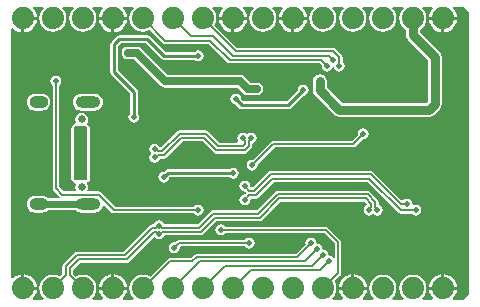
<source format=gbl>
G04*
G04 #@! TF.GenerationSoftware,Altium Limited,Altium Designer,19.1.5 (86)*
G04*
G04 Layer_Physical_Order=2*
G04 Layer_Color=16711680*
%FSLAX25Y25*%
%MOIN*%
G70*
G01*
G75*
%ADD11C,0.00500*%
%ADD15C,0.01000*%
%ADD68C,0.03000*%
%ADD69C,0.00600*%
%ADD70C,0.02500*%
%ADD74C,0.02362*%
%ADD77C,0.07400*%
%ADD78O,0.06299X0.03937*%
%ADD79O,0.08268X0.03937*%
%ADD80C,0.02559*%
%ADD81C,0.01968*%
G36*
X153796Y47001D02*
Y-47001D01*
X152001Y-48796D01*
X148507D01*
X148395Y-48296D01*
X149105Y-47370D01*
X149579Y-46227D01*
X149675Y-45500D01*
X145000D01*
X140325D01*
X140421Y-46227D01*
X140895Y-47370D01*
X141605Y-48296D01*
X141493Y-48796D01*
X138223D01*
X138062Y-48322D01*
X138209Y-48209D01*
X138931Y-47269D01*
X139384Y-46175D01*
X139539Y-45000D01*
X139384Y-43825D01*
X138931Y-42731D01*
X138209Y-41791D01*
X137269Y-41069D01*
X136175Y-40616D01*
X135000Y-40461D01*
X133825Y-40616D01*
X132731Y-41069D01*
X131791Y-41791D01*
X131069Y-42731D01*
X130616Y-43825D01*
X130461Y-45000D01*
X130616Y-46175D01*
X131069Y-47269D01*
X131791Y-48209D01*
X131938Y-48322D01*
X131777Y-48796D01*
X128223D01*
X128062Y-48322D01*
X128209Y-48209D01*
X128931Y-47269D01*
X129384Y-46175D01*
X129539Y-45000D01*
X129384Y-43825D01*
X128931Y-42731D01*
X128209Y-41791D01*
X127269Y-41069D01*
X126175Y-40616D01*
X125000Y-40461D01*
X123825Y-40616D01*
X122731Y-41069D01*
X121791Y-41791D01*
X121069Y-42731D01*
X120616Y-43825D01*
X120461Y-45000D01*
X120616Y-46175D01*
X121069Y-47269D01*
X121791Y-48209D01*
X121938Y-48322D01*
X121777Y-48796D01*
X118507D01*
X118395Y-48296D01*
X119105Y-47370D01*
X119579Y-46227D01*
X119675Y-45500D01*
X115000D01*
X110325D01*
X110421Y-46227D01*
X110895Y-47370D01*
X111605Y-48296D01*
X111493Y-48796D01*
X108223D01*
X108062Y-48322D01*
X108209Y-48209D01*
X108931Y-47269D01*
X109384Y-46175D01*
X109539Y-45000D01*
X109384Y-43825D01*
X108931Y-42731D01*
X108867Y-42647D01*
X110757Y-40757D01*
X110989Y-40410D01*
X111071Y-40000D01*
X111071Y-40000D01*
Y-29500D01*
X110989Y-29090D01*
X110757Y-28743D01*
X110757Y-28743D01*
X106757Y-24743D01*
X106410Y-24511D01*
X106000Y-24429D01*
X72431D01*
X72286Y-24214D01*
X71696Y-23819D01*
X71000Y-23681D01*
X70304Y-23819D01*
X69714Y-24214D01*
X69319Y-24804D01*
X69181Y-25500D01*
X69319Y-26196D01*
X69714Y-26786D01*
X70304Y-27181D01*
X71000Y-27319D01*
X71696Y-27181D01*
X72286Y-26786D01*
X72431Y-26571D01*
X105556D01*
X108929Y-29943D01*
Y-34776D01*
X108429Y-34928D01*
X108286Y-34714D01*
X107696Y-34319D01*
X107282Y-34237D01*
X106939Y-34061D01*
X106763Y-33718D01*
X106681Y-33304D01*
X106286Y-32714D01*
X105696Y-32319D01*
X105282Y-32237D01*
X104939Y-32061D01*
X104763Y-31718D01*
X104681Y-31304D01*
X104286Y-30714D01*
X103696Y-30319D01*
X103282Y-30237D01*
X102939Y-30061D01*
X102763Y-29718D01*
X102681Y-29304D01*
X102286Y-28714D01*
X101696Y-28319D01*
X101000Y-28181D01*
X100304Y-28319D01*
X99714Y-28714D01*
X99319Y-29304D01*
X99181Y-30000D01*
X99231Y-30255D01*
X96057Y-33429D01*
X63000D01*
X62590Y-33511D01*
X62243Y-33743D01*
X61057Y-34929D01*
X54000D01*
X53590Y-35011D01*
X53243Y-35243D01*
X47353Y-41133D01*
X47269Y-41069D01*
X46175Y-40616D01*
X45000Y-40461D01*
X43825Y-40616D01*
X42731Y-41069D01*
X41791Y-41791D01*
X41069Y-42731D01*
X40616Y-43825D01*
X40461Y-45000D01*
X40616Y-46175D01*
X41069Y-47269D01*
X41791Y-48209D01*
X41938Y-48322D01*
X41777Y-48796D01*
X38507D01*
X38395Y-48296D01*
X39105Y-47370D01*
X39579Y-46227D01*
X39675Y-45500D01*
X35000D01*
X30325D01*
X30421Y-46227D01*
X30895Y-47370D01*
X31605Y-48296D01*
X31493Y-48796D01*
X28223D01*
X28062Y-48322D01*
X28209Y-48209D01*
X28931Y-47269D01*
X29384Y-46175D01*
X29539Y-45000D01*
X29384Y-43825D01*
X28931Y-42731D01*
X28209Y-41791D01*
X27269Y-41069D01*
X26175Y-40616D01*
X25000Y-40461D01*
X23825Y-40616D01*
X22731Y-41069D01*
X22688Y-41102D01*
X21822Y-40235D01*
Y-38745D01*
X24045Y-36522D01*
X39600D01*
X39600Y-36522D01*
X40029Y-36436D01*
X40393Y-36193D01*
X48615Y-27971D01*
X49113Y-28020D01*
X49214Y-28171D01*
X49804Y-28565D01*
X50500Y-28703D01*
X51196Y-28565D01*
X51786Y-28171D01*
X52181Y-27580D01*
X52232Y-27322D01*
X64300D01*
X64300Y-27322D01*
X64729Y-27236D01*
X65093Y-26993D01*
X69465Y-22622D01*
X83980D01*
X83980Y-22622D01*
X84409Y-22536D01*
X84773Y-22293D01*
X90944Y-16122D01*
X118858D01*
X119593Y-16856D01*
X119605Y-16897D01*
X119502Y-17472D01*
X119140Y-17714D01*
X118746Y-18304D01*
X118608Y-19000D01*
X118746Y-19696D01*
X119140Y-20286D01*
X119731Y-20681D01*
X120427Y-20819D01*
X121123Y-20681D01*
X121713Y-20286D01*
X121909D01*
X122499Y-20681D01*
X123195Y-20819D01*
X123891Y-20681D01*
X124482Y-20286D01*
X124876Y-19696D01*
X125014Y-19000D01*
X124876Y-18304D01*
X124482Y-17714D01*
X123891Y-17319D01*
X123633Y-17268D01*
Y-16208D01*
X123547Y-15779D01*
X123304Y-15415D01*
X123304Y-15415D01*
X120696Y-12807D01*
X120332Y-12564D01*
X119903Y-12478D01*
X119903Y-12478D01*
X89900D01*
X89900Y-12478D01*
X89471Y-12564D01*
X89107Y-12807D01*
X89107Y-12807D01*
X82935Y-18979D01*
X68420D01*
X67991Y-19064D01*
X67627Y-19307D01*
X67627Y-19307D01*
X63256Y-23678D01*
X52232D01*
X52181Y-23420D01*
X51786Y-22829D01*
X51196Y-22435D01*
X50500Y-22297D01*
X49804Y-22435D01*
X49214Y-22829D01*
X48819Y-23420D01*
X48768Y-23678D01*
X48220D01*
X47791Y-23764D01*
X47427Y-24007D01*
X47427Y-24007D01*
X38555Y-32878D01*
X23000D01*
X23000Y-32878D01*
X22571Y-32964D01*
X22207Y-33207D01*
X18507Y-36907D01*
X18264Y-37271D01*
X18178Y-37700D01*
X18179Y-37700D01*
Y-40235D01*
X17312Y-41102D01*
X17269Y-41069D01*
X16175Y-40616D01*
X15000Y-40461D01*
X13825Y-40616D01*
X12731Y-41069D01*
X11791Y-41791D01*
X11069Y-42731D01*
X10616Y-43825D01*
X10461Y-45000D01*
X10616Y-46175D01*
X11069Y-47269D01*
X11791Y-48209D01*
X11938Y-48322D01*
X11777Y-48796D01*
X8507D01*
X8395Y-48296D01*
X9105Y-47370D01*
X9579Y-46227D01*
X9675Y-45500D01*
X5000D01*
Y-45000D01*
X4500D01*
Y-40325D01*
X3773Y-40421D01*
X2630Y-40894D01*
X1704Y-41605D01*
X1204Y-41493D01*
Y41493D01*
X1704Y41605D01*
X2630Y40894D01*
X3773Y40421D01*
X4500Y40325D01*
Y45000D01*
X5000D01*
Y45500D01*
X9675D01*
X9579Y46227D01*
X9105Y47370D01*
X8395Y48296D01*
X8507Y48796D01*
X11777D01*
X11938Y48322D01*
X11791Y48209D01*
X11069Y47269D01*
X10616Y46175D01*
X10461Y45000D01*
X10616Y43825D01*
X11069Y42731D01*
X11791Y41791D01*
X12731Y41069D01*
X13825Y40616D01*
X15000Y40461D01*
X16175Y40616D01*
X17269Y41069D01*
X18209Y41791D01*
X18931Y42731D01*
X19384Y43825D01*
X19539Y45000D01*
X19384Y46175D01*
X18931Y47269D01*
X18209Y48209D01*
X18062Y48322D01*
X18223Y48796D01*
X21777D01*
X21938Y48322D01*
X21791Y48209D01*
X21069Y47269D01*
X20616Y46175D01*
X20461Y45000D01*
X20616Y43825D01*
X21069Y42731D01*
X21791Y41791D01*
X22731Y41069D01*
X23825Y40616D01*
X25000Y40461D01*
X26175Y40616D01*
X27269Y41069D01*
X28209Y41791D01*
X28931Y42731D01*
X29384Y43825D01*
X29539Y45000D01*
X29384Y46175D01*
X28931Y47269D01*
X28209Y48209D01*
X28062Y48322D01*
X28223Y48796D01*
X31493D01*
X31605Y48296D01*
X30895Y47370D01*
X30421Y46227D01*
X30325Y45500D01*
X35000D01*
X39675D01*
X39579Y46227D01*
X39105Y47370D01*
X38395Y48296D01*
X38507Y48796D01*
X41777D01*
X41938Y48322D01*
X41791Y48209D01*
X41069Y47269D01*
X40616Y46175D01*
X40461Y45000D01*
X40616Y43825D01*
X41069Y42731D01*
X41791Y41791D01*
X42731Y41069D01*
X43825Y40616D01*
X45000Y40461D01*
X46175Y40616D01*
X47269Y41069D01*
X47353Y41133D01*
X51743Y36743D01*
X52090Y36511D01*
X52500Y36429D01*
X67057D01*
X73243Y30243D01*
X73590Y30011D01*
X74000Y29929D01*
X74000Y29929D01*
X104057D01*
X104731Y29255D01*
X104681Y29000D01*
X104819Y28304D01*
X105214Y27714D01*
X105804Y27319D01*
X106500Y27181D01*
X107196Y27319D01*
X107786Y27714D01*
X108181Y28304D01*
X108245Y28627D01*
X108755D01*
X108819Y28304D01*
X109214Y27714D01*
X109804Y27319D01*
X110500Y27181D01*
X111196Y27319D01*
X111786Y27714D01*
X112181Y28304D01*
X112319Y29000D01*
X112181Y29696D01*
X111786Y30286D01*
X111571Y30431D01*
Y32000D01*
X111571Y32000D01*
X111489Y32410D01*
X111257Y32757D01*
X109257Y34757D01*
X108910Y34989D01*
X108500Y35071D01*
X76443D01*
X68867Y42647D01*
X68931Y42731D01*
X69384Y43825D01*
X69539Y45000D01*
X69384Y46175D01*
X68931Y47269D01*
X68209Y48209D01*
X68062Y48322D01*
X68223Y48796D01*
X71493D01*
X71605Y48296D01*
X70895Y47370D01*
X70421Y46227D01*
X70325Y45500D01*
X75000D01*
X79675D01*
X79579Y46227D01*
X79105Y47370D01*
X78395Y48296D01*
X78507Y48796D01*
X81777D01*
X81938Y48322D01*
X81791Y48209D01*
X81069Y47269D01*
X80616Y46175D01*
X80461Y45000D01*
X80616Y43825D01*
X81069Y42731D01*
X81791Y41791D01*
X82731Y41069D01*
X83825Y40616D01*
X85000Y40461D01*
X86175Y40616D01*
X87269Y41069D01*
X88209Y41791D01*
X88931Y42731D01*
X89384Y43825D01*
X89539Y45000D01*
X89384Y46175D01*
X88931Y47269D01*
X88209Y48209D01*
X88062Y48322D01*
X88223Y48796D01*
X91493D01*
X91605Y48296D01*
X90895Y47370D01*
X90421Y46227D01*
X90325Y45500D01*
X95000D01*
X99675D01*
X99579Y46227D01*
X99105Y47370D01*
X98395Y48296D01*
X98507Y48796D01*
X101777D01*
X101938Y48322D01*
X101791Y48209D01*
X101069Y47269D01*
X100616Y46175D01*
X100461Y45000D01*
X100616Y43825D01*
X101069Y42731D01*
X101791Y41791D01*
X102731Y41069D01*
X103825Y40616D01*
X105000Y40461D01*
X106175Y40616D01*
X107269Y41069D01*
X108209Y41791D01*
X108931Y42731D01*
X109384Y43825D01*
X109539Y45000D01*
X109384Y46175D01*
X108931Y47269D01*
X108209Y48209D01*
X108062Y48322D01*
X108223Y48796D01*
X111777D01*
X111938Y48322D01*
X111791Y48209D01*
X111069Y47269D01*
X110616Y46175D01*
X110461Y45000D01*
X110616Y43825D01*
X111069Y42731D01*
X111791Y41791D01*
X112731Y41069D01*
X113825Y40616D01*
X115000Y40461D01*
X116175Y40616D01*
X117269Y41069D01*
X118209Y41791D01*
X118931Y42731D01*
X119384Y43825D01*
X119539Y45000D01*
X119384Y46175D01*
X118931Y47269D01*
X118209Y48209D01*
X118062Y48322D01*
X118223Y48796D01*
X121777D01*
X121938Y48322D01*
X121791Y48209D01*
X121069Y47269D01*
X120616Y46175D01*
X120461Y45000D01*
X120616Y43825D01*
X121069Y42731D01*
X121791Y41791D01*
X122731Y41069D01*
X123825Y40616D01*
X125000Y40461D01*
X126175Y40616D01*
X127269Y41069D01*
X128209Y41791D01*
X128931Y42731D01*
X129384Y43825D01*
X129539Y45000D01*
X129384Y46175D01*
X128931Y47269D01*
X128209Y48209D01*
X128062Y48322D01*
X128223Y48796D01*
X131777D01*
X131938Y48322D01*
X131791Y48209D01*
X131069Y47269D01*
X130616Y46175D01*
X130461Y45000D01*
X130616Y43825D01*
X131069Y42731D01*
X131791Y41791D01*
X132655Y41127D01*
Y39500D01*
X132833Y38603D01*
X133342Y37842D01*
X139938Y31245D01*
Y19228D01*
Y17255D01*
X139529Y16845D01*
X111471D01*
X106345Y21971D01*
Y24000D01*
X106167Y24897D01*
X105658Y25658D01*
X104897Y26167D01*
X104000Y26345D01*
X103103Y26167D01*
X102342Y25658D01*
X101833Y24897D01*
X101655Y24000D01*
Y21000D01*
X101833Y20103D01*
X102342Y19342D01*
X108842Y12842D01*
X109603Y12333D01*
X110500Y12155D01*
X140500D01*
X141397Y12333D01*
X142158Y12842D01*
X143942Y14625D01*
X144450Y15386D01*
X144629Y16284D01*
Y19228D01*
Y32217D01*
X144450Y33114D01*
X143942Y33875D01*
X137345Y40471D01*
Y41127D01*
X138209Y41791D01*
X138931Y42731D01*
X139384Y43825D01*
X139539Y45000D01*
X139384Y46175D01*
X138931Y47269D01*
X138209Y48209D01*
X138062Y48322D01*
X138223Y48796D01*
X141493D01*
X141605Y48296D01*
X140895Y47370D01*
X140421Y46227D01*
X140325Y45500D01*
X145000D01*
X149675D01*
X149579Y46227D01*
X149105Y47370D01*
X148395Y48296D01*
X148507Y48796D01*
X152001D01*
X153796Y47001D01*
D02*
G37*
%LPC*%
G36*
X99675Y44500D02*
X95500D01*
Y40325D01*
X96227Y40421D01*
X97370Y40894D01*
X98352Y41648D01*
X99105Y42630D01*
X99579Y43773D01*
X99675Y44500D01*
D02*
G37*
G36*
X79675D02*
X75500D01*
Y40325D01*
X76227Y40421D01*
X77370Y40894D01*
X78352Y41648D01*
X79105Y42630D01*
X79579Y43773D01*
X79675Y44500D01*
D02*
G37*
G36*
X39675D02*
X35500D01*
Y40325D01*
X36227Y40421D01*
X37370Y40894D01*
X38352Y41648D01*
X39105Y42630D01*
X39579Y43773D01*
X39675Y44500D01*
D02*
G37*
G36*
X9675D02*
X5500D01*
Y40325D01*
X6227Y40421D01*
X7370Y40894D01*
X8352Y41648D01*
X9105Y42630D01*
X9579Y43773D01*
X9675Y44500D01*
D02*
G37*
G36*
X149675D02*
X145500D01*
Y40325D01*
X146227Y40421D01*
X147370Y40894D01*
X148352Y41648D01*
X149105Y42630D01*
X149579Y43773D01*
X149675Y44500D01*
D02*
G37*
G36*
X144500D02*
X140325D01*
X140421Y43773D01*
X140895Y42630D01*
X141648Y41648D01*
X142630Y40894D01*
X143773Y40421D01*
X144500Y40325D01*
Y44500D01*
D02*
G37*
G36*
X94500D02*
X90325D01*
X90421Y43773D01*
X90895Y42630D01*
X91648Y41648D01*
X92630Y40894D01*
X93773Y40421D01*
X94500Y40325D01*
Y44500D01*
D02*
G37*
G36*
X74500D02*
X70325D01*
X70421Y43773D01*
X70895Y42630D01*
X71648Y41648D01*
X72630Y40894D01*
X73773Y40421D01*
X74500Y40325D01*
Y44500D01*
D02*
G37*
G36*
X34500D02*
X30325D01*
X30421Y43773D01*
X30895Y42630D01*
X31648Y41648D01*
X32630Y40894D01*
X33773Y40421D01*
X34500Y40325D01*
Y44500D01*
D02*
G37*
G36*
X46500Y39325D02*
X37184D01*
X36677Y39225D01*
X36247Y38937D01*
X34563Y37253D01*
X34275Y36823D01*
X34174Y36316D01*
Y27000D01*
X34275Y26493D01*
X34563Y26063D01*
X40674Y19951D01*
Y13228D01*
X40319Y12696D01*
X40181Y12000D01*
X40319Y11304D01*
X40714Y10714D01*
X41304Y10319D01*
X42000Y10181D01*
X42696Y10319D01*
X43286Y10714D01*
X43681Y11304D01*
X43819Y12000D01*
X43681Y12696D01*
X43325Y13228D01*
Y20500D01*
X43225Y21007D01*
X42937Y21437D01*
X36825Y27549D01*
Y35767D01*
X37733Y36674D01*
X45951D01*
X51063Y31563D01*
X51493Y31275D01*
X52000Y31174D01*
X62272D01*
X62804Y30819D01*
X63500Y30681D01*
X64196Y30819D01*
X64786Y31214D01*
X65181Y31804D01*
X65319Y32500D01*
X65181Y33196D01*
X64786Y33786D01*
X64196Y34181D01*
X63500Y34319D01*
X62804Y34181D01*
X62272Y33825D01*
X52549D01*
X47437Y38937D01*
X47007Y39225D01*
X46500Y39325D01*
D02*
G37*
G36*
X43000Y35590D02*
X43000Y35590D01*
X40000D01*
X39200Y35431D01*
X38522Y34978D01*
X38069Y34300D01*
X37910Y33500D01*
X38069Y32700D01*
X38522Y32022D01*
X39200Y31569D01*
X40000Y31410D01*
X42134D01*
X51022Y22522D01*
X51700Y22069D01*
X52500Y21910D01*
X52500Y21910D01*
X76634D01*
X78522Y20022D01*
X78522Y20022D01*
X79200Y19569D01*
X80000Y19410D01*
X83000D01*
X83800Y19569D01*
X84478Y20022D01*
X84931Y20700D01*
X85090Y21500D01*
X84931Y22300D01*
X84478Y22978D01*
X83800Y23431D01*
X83000Y23590D01*
X80866D01*
X78978Y25478D01*
X78300Y25931D01*
X77500Y26090D01*
X77500Y26090D01*
X53366D01*
X44478Y34978D01*
X43800Y35431D01*
X43000Y35590D01*
D02*
G37*
G36*
X98500Y22819D02*
X97804Y22681D01*
X97214Y22286D01*
X96819Y21696D01*
X96694Y21069D01*
X92951Y17325D01*
X78549D01*
X77806Y18069D01*
X77681Y18696D01*
X77286Y19286D01*
X76696Y19681D01*
X76000Y19819D01*
X75304Y19681D01*
X74714Y19286D01*
X74319Y18696D01*
X74181Y18000D01*
X74319Y17304D01*
X74714Y16714D01*
X75304Y16319D01*
X75931Y16195D01*
X77063Y15063D01*
X77493Y14775D01*
X78000Y14674D01*
X93500D01*
X94007Y14775D01*
X94437Y15063D01*
X98569Y19195D01*
X99196Y19319D01*
X99786Y19714D01*
X100181Y20304D01*
X100319Y21000D01*
X100181Y21696D01*
X99786Y22286D01*
X99196Y22681D01*
X98500Y22819D01*
D02*
G37*
G36*
X28858Y19800D02*
X24528D01*
X23805Y19705D01*
X23131Y19426D01*
X22553Y18982D01*
X22109Y18404D01*
X21830Y17731D01*
X21735Y17008D01*
X21830Y16285D01*
X22109Y15612D01*
X22553Y15033D01*
X23131Y14590D01*
X23805Y14311D01*
X24528Y14216D01*
X28858D01*
X29581Y14311D01*
X30255Y14590D01*
X30833Y15033D01*
X31277Y15612D01*
X31556Y16285D01*
X31651Y17008D01*
X31556Y17731D01*
X31277Y18404D01*
X30833Y18982D01*
X30255Y19426D01*
X29581Y19705D01*
X28858Y19800D01*
D02*
G37*
G36*
X11417D02*
X9055D01*
X8332Y19705D01*
X7659Y19426D01*
X7081Y18982D01*
X6637Y18404D01*
X6358Y17731D01*
X6263Y17008D01*
X6358Y16285D01*
X6637Y15612D01*
X7081Y15033D01*
X7659Y14590D01*
X8332Y14311D01*
X9055Y14216D01*
X11417D01*
X12140Y14311D01*
X12813Y14590D01*
X13392Y15033D01*
X13836Y15612D01*
X14115Y16285D01*
X14210Y17008D01*
X14115Y17731D01*
X13836Y18404D01*
X13392Y18982D01*
X12813Y19426D01*
X12140Y19705D01*
X11417Y19800D01*
D02*
G37*
G36*
X66000Y7622D02*
X66000Y7622D01*
X57288D01*
X57287Y7622D01*
X56858Y7536D01*
X56494Y7293D01*
X56494Y7293D01*
X51128Y1927D01*
X50602Y2012D01*
X50588Y2080D01*
X50194Y2671D01*
X49603Y3065D01*
X48907Y3204D01*
X48211Y3065D01*
X47621Y2671D01*
X47226Y2080D01*
X47088Y1384D01*
X47226Y688D01*
X47621Y98D01*
Y-98D01*
X47226Y-688D01*
X47088Y-1384D01*
X47226Y-2080D01*
X47621Y-2671D01*
X48211Y-3065D01*
X48907Y-3204D01*
X49603Y-3065D01*
X50194Y-2671D01*
X50588Y-2080D01*
X50639Y-1822D01*
X52067D01*
X52067Y-1822D01*
X52496Y-1736D01*
X52860Y-1493D01*
X58332Y3979D01*
X64956D01*
X68727Y207D01*
X68727Y207D01*
X69091Y-36D01*
X69520Y-122D01*
X69520Y-122D01*
X79000D01*
X79000Y-122D01*
X79429Y-36D01*
X79793Y207D01*
X81193Y1607D01*
X81193Y1607D01*
X81436Y1971D01*
X81522Y2400D01*
X81522Y2400D01*
Y3260D01*
X81780Y3311D01*
X82371Y3706D01*
X82765Y4296D01*
X82903Y4992D01*
X82765Y5688D01*
X82371Y6278D01*
X81780Y6673D01*
X81084Y6811D01*
X80388Y6673D01*
X79798Y6278D01*
X79602D01*
X79012Y6673D01*
X78316Y6811D01*
X77620Y6673D01*
X77029Y6278D01*
X76635Y5688D01*
X76496Y4992D01*
X76635Y4296D01*
X76818Y4022D01*
X76551Y3522D01*
X70565D01*
X66793Y7293D01*
X66429Y7536D01*
X66000Y7622D01*
D02*
G37*
G36*
X118500Y8319D02*
X117804Y8181D01*
X117214Y7786D01*
X116819Y7196D01*
X116681Y6500D01*
X116731Y6245D01*
X114557Y4071D01*
X88500D01*
X88090Y3989D01*
X87743Y3757D01*
X87743Y3757D01*
X81755Y-2231D01*
X81500Y-2181D01*
X80804Y-2319D01*
X80214Y-2714D01*
X79819Y-3304D01*
X79681Y-4000D01*
X79819Y-4696D01*
X80214Y-5286D01*
X80804Y-5681D01*
X81500Y-5819D01*
X82196Y-5681D01*
X82786Y-5286D01*
X83181Y-4696D01*
X83319Y-4000D01*
X83269Y-3745D01*
X88943Y1929D01*
X115000D01*
X115410Y2011D01*
X115757Y2243D01*
X118245Y4731D01*
X118500Y4681D01*
X119196Y4819D01*
X119786Y5214D01*
X120181Y5804D01*
X120319Y6500D01*
X120181Y7196D01*
X119786Y7786D01*
X119196Y8181D01*
X118500Y8319D01*
D02*
G37*
G36*
X75197Y-4874D02*
X74501Y-5012D01*
X73969Y-5367D01*
X53307D01*
X52800Y-5468D01*
X52370Y-5756D01*
X51931Y-6194D01*
X51304Y-6319D01*
X50714Y-6714D01*
X50319Y-7304D01*
X50181Y-8000D01*
X50319Y-8696D01*
X50714Y-9286D01*
X51304Y-9681D01*
X52000Y-9819D01*
X52696Y-9681D01*
X53286Y-9286D01*
X53681Y-8696D01*
X53806Y-8069D01*
X53856Y-8018D01*
X73969D01*
X74501Y-8374D01*
X75197Y-8512D01*
X75893Y-8374D01*
X76483Y-7979D01*
X76878Y-7389D01*
X77016Y-6693D01*
X76878Y-5997D01*
X76483Y-5407D01*
X75893Y-5012D01*
X75197Y-4874D01*
D02*
G37*
G36*
X121000Y-5878D02*
X121000Y-5878D01*
X87594D01*
X87165Y-5964D01*
X86801Y-6207D01*
X86801Y-6207D01*
X81630Y-11378D01*
X81213D01*
X80819Y-11000D01*
X80681Y-10304D01*
X80286Y-9714D01*
X79696Y-9319D01*
X79000Y-9181D01*
X78304Y-9319D01*
X77714Y-9714D01*
X77319Y-10304D01*
X77181Y-11000D01*
X77319Y-11696D01*
X77714Y-12286D01*
X78304Y-12681D01*
X79000Y-12819D01*
X79194Y-12780D01*
X79664Y-13250D01*
X79194Y-13720D01*
X79000Y-13681D01*
X78304Y-13819D01*
X77714Y-14214D01*
X77319Y-14804D01*
X77181Y-15500D01*
X77319Y-16196D01*
X77714Y-16786D01*
X78304Y-17181D01*
X79000Y-17319D01*
X79696Y-17181D01*
X80286Y-16786D01*
X80681Y-16196D01*
X80819Y-15500D01*
X81213Y-15122D01*
X82594D01*
X82594Y-15122D01*
X83023Y-15036D01*
X83387Y-14793D01*
X88559Y-9622D01*
X120035D01*
X130207Y-19793D01*
X130207Y-19793D01*
X130571Y-20036D01*
X131000Y-20121D01*
X134604D01*
X134714Y-20286D01*
X135304Y-20681D01*
X136000Y-20819D01*
X136696Y-20681D01*
X137286Y-20286D01*
X137681Y-19696D01*
X137819Y-19000D01*
X137681Y-18304D01*
X137286Y-17714D01*
X136696Y-17319D01*
X136000Y-17181D01*
X135304Y-17319D01*
X135254Y-17352D01*
X134804Y-17052D01*
X134819Y-16977D01*
X134681Y-16281D01*
X134286Y-15690D01*
X133696Y-15296D01*
X133000Y-15158D01*
X132304Y-15296D01*
X131714Y-15690D01*
X131184Y-15598D01*
X121793Y-6207D01*
X121429Y-5964D01*
X121000Y-5878D01*
D02*
G37*
G36*
X16000Y25819D02*
X15304Y25681D01*
X14714Y25286D01*
X14319Y24696D01*
X14181Y24000D01*
X14319Y23304D01*
X14714Y22714D01*
X14929Y22569D01*
Y-11669D01*
X15011Y-12079D01*
X15243Y-12426D01*
X17305Y-14488D01*
X17251Y-14765D01*
X17119Y-14988D01*
X13333D01*
X12813Y-14590D01*
X12140Y-14311D01*
X11417Y-14216D01*
X9055D01*
X8332Y-14311D01*
X7659Y-14590D01*
X7081Y-15033D01*
X6637Y-15612D01*
X6358Y-16285D01*
X6263Y-17008D01*
X6358Y-17731D01*
X6637Y-18404D01*
X7081Y-18982D01*
X7659Y-19426D01*
X8332Y-19705D01*
X9055Y-19800D01*
X11417D01*
X12140Y-19705D01*
X12813Y-19426D01*
X13333Y-19028D01*
X22612D01*
X23131Y-19426D01*
X23805Y-19705D01*
X24528Y-19800D01*
X28858D01*
X29581Y-19705D01*
X30255Y-19426D01*
X30833Y-18982D01*
X31277Y-18404D01*
X31556Y-17731D01*
X31608Y-17329D01*
X32136Y-17150D01*
X34743Y-19757D01*
X35090Y-19989D01*
X35500Y-20071D01*
X62069D01*
X62214Y-20286D01*
X62804Y-20681D01*
X63500Y-20819D01*
X64196Y-20681D01*
X64786Y-20286D01*
X65181Y-19696D01*
X65319Y-19000D01*
X65181Y-18304D01*
X64786Y-17714D01*
X64196Y-17319D01*
X63500Y-17181D01*
X62804Y-17319D01*
X62214Y-17714D01*
X62069Y-17929D01*
X35943D01*
X31057Y-13043D01*
X30710Y-12811D01*
X30300Y-12729D01*
X26735D01*
X26499Y-12289D01*
X26565Y-12189D01*
X26727Y-11378D01*
X26565Y-10567D01*
X26357Y-10255D01*
X26349Y-10171D01*
X26527Y-9610D01*
X26577Y-9577D01*
X26577Y-9577D01*
X27077Y-9077D01*
X27253Y-8812D01*
X27316Y-8500D01*
X27316Y-8500D01*
X27316Y-6518D01*
X27319Y-6500D01*
X27316Y-6482D01*
X27316Y6482D01*
X27319Y6500D01*
X27316Y6518D01*
X27316Y8421D01*
X27316Y8421D01*
X27254Y8733D01*
X27077Y8998D01*
X26498Y9577D01*
X26492Y9581D01*
X26299Y10038D01*
X26344Y10235D01*
X26565Y10567D01*
X26727Y11378D01*
X26565Y12189D01*
X26106Y12877D01*
X25418Y13337D01*
X24606Y13498D01*
X23795Y13337D01*
X23107Y12877D01*
X22647Y12189D01*
X22486Y11378D01*
X22647Y10567D01*
X22815Y10316D01*
X22548Y9816D01*
X22500D01*
X22500Y9816D01*
X22188Y9754D01*
X21923Y9577D01*
X21923Y9577D01*
X21423Y9077D01*
X21247Y8812D01*
X21184Y8500D01*
X21184Y8500D01*
Y8018D01*
X21181Y8000D01*
X21184Y7982D01*
X21184Y5018D01*
X21181Y5000D01*
X21184Y4982D01*
X21184Y-4982D01*
X21181Y-5000D01*
X21184Y-5018D01*
X21184Y-7983D01*
X21181Y-8000D01*
X21184Y-8017D01*
Y-8500D01*
X21184Y-8500D01*
X21246Y-8812D01*
X21335Y-8945D01*
X21423Y-9077D01*
X21423Y-9077D01*
X21923Y-9577D01*
X21923Y-9577D01*
X22188Y-9754D01*
X22500Y-9816D01*
X22500Y-9816D01*
X22548D01*
X22815Y-10316D01*
X22647Y-10567D01*
X22486Y-11378D01*
X22647Y-12189D01*
X22714Y-12289D01*
X22478Y-12729D01*
X18574D01*
X17071Y-11226D01*
Y22569D01*
X17286Y22714D01*
X17681Y23304D01*
X17819Y24000D01*
X17681Y24696D01*
X17286Y25286D01*
X16696Y25681D01*
X16000Y25819D01*
D02*
G37*
G36*
X80500Y-28181D02*
X79804Y-28319D01*
X79214Y-28714D01*
X79069Y-28929D01*
X57000D01*
X56590Y-29011D01*
X56243Y-29243D01*
X55755Y-29731D01*
X55500Y-29681D01*
X54804Y-29819D01*
X54214Y-30214D01*
X53819Y-30804D01*
X53681Y-31500D01*
X53819Y-32196D01*
X54214Y-32786D01*
X54804Y-33181D01*
X55500Y-33319D01*
X56196Y-33181D01*
X56786Y-32786D01*
X57181Y-32196D01*
X57319Y-31500D01*
X57707Y-31071D01*
X79069D01*
X79214Y-31286D01*
X79804Y-31681D01*
X80500Y-31819D01*
X81196Y-31681D01*
X81786Y-31286D01*
X82181Y-30696D01*
X82319Y-30000D01*
X82181Y-29304D01*
X81786Y-28714D01*
X81196Y-28319D01*
X80500Y-28181D01*
D02*
G37*
G36*
X145500Y-40325D02*
Y-44500D01*
X149675D01*
X149579Y-43773D01*
X149105Y-42630D01*
X148352Y-41648D01*
X147370Y-40894D01*
X146227Y-40421D01*
X145500Y-40325D01*
D02*
G37*
G36*
X115500D02*
Y-44500D01*
X119675D01*
X119579Y-43773D01*
X119105Y-42630D01*
X118352Y-41648D01*
X117370Y-40894D01*
X116227Y-40421D01*
X115500Y-40325D01*
D02*
G37*
G36*
X35500D02*
Y-44500D01*
X39675D01*
X39579Y-43773D01*
X39105Y-42630D01*
X38352Y-41648D01*
X37370Y-40894D01*
X36227Y-40421D01*
X35500Y-40325D01*
D02*
G37*
G36*
X5500D02*
Y-44500D01*
X9675D01*
X9579Y-43773D01*
X9105Y-42630D01*
X8352Y-41648D01*
X7370Y-40894D01*
X6227Y-40421D01*
X5500Y-40325D01*
D02*
G37*
G36*
X114500D02*
X113773Y-40421D01*
X112630Y-40894D01*
X111648Y-41648D01*
X110895Y-42630D01*
X110421Y-43773D01*
X110325Y-44500D01*
X114500D01*
Y-40325D01*
D02*
G37*
G36*
X34500D02*
X33773Y-40421D01*
X32630Y-40894D01*
X31648Y-41648D01*
X30895Y-42630D01*
X30421Y-43773D01*
X30325Y-44500D01*
X34500D01*
Y-40325D01*
D02*
G37*
G36*
X144500D02*
X143773Y-40421D01*
X142630Y-40894D01*
X141648Y-41648D01*
X140895Y-42630D01*
X140421Y-43773D01*
X140325Y-44500D01*
X144500D01*
Y-40325D01*
D02*
G37*
%LPD*%
G36*
X26500Y8421D02*
X26500Y-8500D01*
X26000Y-9000D01*
X22500Y-9000D01*
X22000Y-8500D01*
X22000Y8500D01*
X22500Y9000D01*
X25921Y9000D01*
X26500Y8421D01*
D02*
G37*
D11*
X18131Y-13800D02*
X30300D01*
X16000Y-11669D02*
X18131Y-13800D01*
X16000Y-11669D02*
Y24000D01*
X115000Y3000D02*
X118500Y6500D01*
X88500Y3000D02*
X115000D01*
X81500Y-4000D02*
X88500Y3000D01*
X35500Y-19000D02*
X63500D01*
X30300Y-13800D02*
X35500Y-19000D01*
X104000Y-39000D02*
X107000Y-36000D01*
X99000D02*
X103000Y-32000D01*
X96500Y-34500D02*
X101000Y-30000D01*
X63000Y-34500D02*
X96500D01*
X64000Y-36000D02*
X99000D01*
X101500Y-37500D02*
X105000Y-34000D01*
X110500Y29000D02*
Y32000D01*
X108500Y34000D02*
X110500Y32000D01*
X76000Y34000D02*
X108500D01*
X104500Y31000D02*
X106500Y29000D01*
X74000Y31000D02*
X104500D01*
X67500Y37500D02*
X74000Y31000D01*
X107000Y32500D02*
X108500Y31000D01*
X75000Y32500D02*
X107000D01*
X57000Y-30000D02*
X80500D01*
X55500Y-31500D02*
X57000Y-30000D01*
X61500Y-36000D02*
X63000Y-34500D01*
X54000Y-36000D02*
X61500D01*
X45000Y-45000D02*
X54000Y-36000D01*
X55000Y-45000D02*
X64000Y-36000D01*
X81000Y-39000D02*
X104000D01*
X72500Y-37500D02*
X101500D01*
X110000Y-40000D02*
Y-29500D01*
X106000Y-25500D02*
X110000Y-29500D01*
X71000Y-25500D02*
X106000D01*
X105000Y-45000D02*
X110000Y-40000D01*
X65000Y-45000D02*
X72500Y-37500D01*
X55000Y45000D02*
X61000Y39000D01*
X68500D01*
X75000Y32500D01*
Y-45000D02*
X81000Y-39000D01*
X52500Y37500D02*
X67500D01*
X45000Y45000D02*
X52500Y37500D01*
X65000Y45000D02*
X76000Y34000D01*
D15*
X78000Y16000D02*
X93500D01*
X76000Y18000D02*
X78000Y16000D01*
X53307Y-6693D02*
X75197D01*
X52000Y-8000D02*
X53307Y-6693D01*
X93500Y16000D02*
X98500Y21000D01*
X42000Y12000D02*
Y20500D01*
X35500Y27000D02*
X42000Y20500D01*
X35500Y27000D02*
Y36316D01*
X37184Y38000D01*
X52000Y32500D02*
X63500D01*
X46500Y38000D02*
X52000Y32500D01*
X37184Y38000D02*
X46500D01*
D68*
X140500Y14500D02*
X142283Y16284D01*
X110500Y14500D02*
X140500D01*
X104000Y21000D02*
X110500Y14500D01*
X142283Y19228D02*
Y32217D01*
X135000Y39500D02*
X142283Y32217D01*
X135000Y39500D02*
Y45000D01*
X142283Y16284D02*
Y19228D01*
X104000Y21000D02*
Y24000D01*
D69*
X69520Y1000D02*
X79000D01*
X65420Y5100D02*
X69520Y1000D01*
X57867Y5100D02*
X65420D01*
X70100Y2400D02*
X78420D01*
X66000Y6500D02*
X70100Y2400D01*
X57287Y6500D02*
X66000D01*
X49943Y-700D02*
X52067D01*
X57867Y5100D01*
X51487Y700D02*
X57287Y6500D01*
X49943Y700D02*
X51487D01*
X79000Y2980D02*
Y3956D01*
X78420Y2400D02*
X79000Y2980D01*
Y1000D02*
X80400Y2400D01*
Y3956D01*
X78316Y4640D02*
X79000Y3956D01*
X78316Y4640D02*
Y4992D01*
X81084Y4640D02*
Y4992D01*
X80400Y3956D02*
X81084Y4640D01*
X49259Y-1384D02*
X49943Y-700D01*
X48907Y-1384D02*
X49259D01*
Y1384D02*
X49943Y700D01*
X48907Y1384D02*
X49259D01*
X119903Y-13600D02*
X122511Y-16208D01*
X89900Y-13600D02*
X119903D01*
X83400Y-20100D02*
X89900Y-13600D01*
X68420Y-20100D02*
X83400D01*
X63720Y-24800D02*
X68420Y-20100D01*
X51536Y-24800D02*
X63720D01*
X50852Y-24116D02*
X51536Y-24800D01*
X50148Y-24116D02*
X50500D01*
X50852D01*
X49464Y-24800D02*
X50148Y-24116D01*
X48220Y-24800D02*
X49464D01*
X39020Y-34000D02*
X48220Y-24800D01*
X23000Y-34000D02*
X39020D01*
X19300Y-37700D02*
X23000Y-34000D01*
X19300Y-40700D02*
Y-37700D01*
X15000Y-45000D02*
X19300Y-40700D01*
X121111Y-17964D02*
Y-16788D01*
X119323Y-15000D02*
X121111Y-16788D01*
X90480Y-15000D02*
X119323D01*
X83980Y-21500D02*
X90480Y-15000D01*
X69000Y-21500D02*
X83980D01*
X64300Y-26200D02*
X69000Y-21500D01*
X51536Y-26200D02*
X64300D01*
X50852Y-26884D02*
X51536Y-26200D01*
X50500Y-26884D02*
X50852D01*
X50148D02*
X50500D01*
X48800Y-26200D02*
X49464D01*
X50148Y-26884D01*
X39600Y-35400D02*
X48800Y-26200D01*
X23580Y-35400D02*
X39600D01*
X20700Y-38280D02*
X23580Y-35400D01*
X20700Y-40700D02*
Y-38280D01*
Y-40700D02*
X25000Y-45000D01*
X120427Y-19000D02*
Y-18649D01*
X121111Y-17964D01*
X123195Y-19000D02*
Y-18649D01*
X122511Y-17964D02*
X123195Y-18649D01*
X122511Y-17964D02*
Y-16208D01*
X80500Y-12500D02*
X82094D01*
X87594Y-7000D01*
X130977Y-16977D02*
X133000D01*
X121000Y-7000D02*
X130977Y-16977D01*
X87594Y-7000D02*
X121000D01*
X88094Y-8500D02*
X120500D01*
X82594Y-14000D02*
X88094Y-8500D01*
X80500Y-14000D02*
X82594D01*
X79000Y-15500D02*
X80500Y-14000D01*
X79000Y-11000D02*
X80500Y-12500D01*
X131000Y-19000D02*
X136000D01*
X120500Y-8500D02*
X131000Y-19000D01*
D70*
X52500Y24000D02*
X77500D01*
X43000Y33500D02*
X52500Y24000D01*
X40000Y33500D02*
X43000D01*
X77500Y24000D02*
X80000Y21500D01*
X83000D01*
D74*
X10236Y-17008D02*
X26693D01*
D77*
X145000Y45000D02*
D03*
X135000D02*
D03*
X125000D02*
D03*
X115000D02*
D03*
X105000D02*
D03*
X95000D02*
D03*
X85000D02*
D03*
X75000D02*
D03*
X65000D02*
D03*
X55000D02*
D03*
X45000D02*
D03*
X35000D02*
D03*
X25000D02*
D03*
X15000D02*
D03*
X5000D02*
D03*
X145000Y-45000D02*
D03*
X135000D02*
D03*
X125000D02*
D03*
X115000D02*
D03*
X105000D02*
D03*
X95000D02*
D03*
X85000D02*
D03*
X75000D02*
D03*
X65000D02*
D03*
X55000D02*
D03*
X45000D02*
D03*
X35000D02*
D03*
X25000D02*
D03*
X15000D02*
D03*
X5000D02*
D03*
D78*
X10236Y-17008D02*
D03*
Y17008D02*
D03*
D79*
X26693D02*
D03*
Y-17008D02*
D03*
D80*
X24606Y-11378D02*
D03*
Y11378D02*
D03*
D81*
X12000Y29000D02*
D03*
Y-29000D02*
D03*
X2500Y15000D02*
D03*
Y7500D02*
D03*
Y0D02*
D03*
Y-7500D02*
D03*
Y-15000D02*
D03*
X117000Y19000D02*
D03*
X148000Y18898D02*
D03*
Y15748D02*
D03*
Y12598D02*
D03*
Y9449D02*
D03*
Y6299D02*
D03*
Y3150D02*
D03*
Y-18898D02*
D03*
Y-15748D02*
D03*
Y-12598D02*
D03*
Y-9449D02*
D03*
Y-6299D02*
D03*
Y-3150D02*
D03*
Y0D02*
D03*
X128947Y0D02*
D03*
X132835Y-3888D02*
D03*
Y3888D02*
D03*
X136722Y-0D02*
D03*
X152500Y-36000D02*
D03*
X41500Y-38000D02*
D03*
X101000Y38000D02*
D03*
X87000Y36500D02*
D03*
X29000Y-38000D02*
D03*
X55500Y-1000D02*
D03*
X31500Y-31000D02*
D03*
X2500Y-29000D02*
D03*
Y29000D02*
D03*
X50000Y-36500D02*
D03*
X152500Y37000D02*
D03*
X146000Y27000D02*
D03*
Y33500D02*
D03*
X152500Y27000D02*
D03*
X138500D02*
D03*
X129500D02*
D03*
X133500Y31500D02*
D03*
X124000Y27000D02*
D03*
X113500D02*
D03*
X96000Y7000D02*
D03*
X106000D02*
D03*
X113000Y-33500D02*
D03*
Y-27000D02*
D03*
X152500D02*
D03*
X138500Y-36000D02*
D03*
Y-27000D02*
D03*
X130500Y-36000D02*
D03*
Y-27000D02*
D03*
X136723Y7776D02*
D03*
X140610Y3888D02*
D03*
X140610Y-3888D02*
D03*
X136722Y-7776D02*
D03*
X128947D02*
D03*
X125059Y-3888D02*
D03*
X125059Y3888D02*
D03*
X128947Y7776D02*
D03*
X136722Y-3888D02*
D03*
X128947D02*
D03*
X136723Y3888D02*
D03*
X128947D02*
D03*
X96000Y-500D02*
D03*
X103500Y16500D02*
D03*
X106000Y-500D02*
D03*
X95500Y14000D02*
D03*
X76000Y18000D02*
D03*
X69000Y7500D02*
D03*
X75197Y-6693D02*
D03*
X35039Y-12598D02*
D03*
X18898Y0D02*
D03*
X14961Y-13780D02*
D03*
X118500Y6500D02*
D03*
X31500Y-20500D02*
D03*
X50000Y12205D02*
D03*
X48819Y7087D02*
D03*
X107000Y-36000D02*
D03*
X103000Y-32000D02*
D03*
X101000Y-30000D02*
D03*
X105000Y-34000D02*
D03*
X98500Y21000D02*
D03*
X118500Y37000D02*
D03*
X110500Y29000D02*
D03*
X106500D02*
D03*
X108500Y31000D02*
D03*
X109500Y11000D02*
D03*
X142283Y16228D02*
D03*
Y19228D02*
D03*
X104000Y24000D02*
D03*
X97250Y-23250D02*
D03*
X80500Y-30000D02*
D03*
X63500Y32500D02*
D03*
X42000Y12000D02*
D03*
X83000Y21500D02*
D03*
X80000D02*
D03*
X89500Y21000D02*
D03*
X43000Y33500D02*
D03*
X40000D02*
D03*
X50000Y18898D02*
D03*
X30000Y22000D02*
D03*
X33465Y18898D02*
D03*
X37402Y-10630D02*
D03*
X16000Y24000D02*
D03*
X25500Y-6500D02*
D03*
Y6500D02*
D03*
X51000Y-31500D02*
D03*
X69000Y12500D02*
D03*
X59000D02*
D03*
X64000D02*
D03*
Y2500D02*
D03*
X59000D02*
D03*
X78316Y4992D02*
D03*
X81084D02*
D03*
X48907Y1384D02*
D03*
Y-1384D02*
D03*
X50500Y-24116D02*
D03*
Y-26884D02*
D03*
X123195Y-19000D02*
D03*
X120427D02*
D03*
X52000Y-8000D02*
D03*
X71000Y-25500D02*
D03*
X55500Y-31500D02*
D03*
X63500Y-19000D02*
D03*
X81500Y-4000D02*
D03*
X104000Y21000D02*
D03*
X133000Y-16977D02*
D03*
X136000Y-19000D02*
D03*
X117087Y27000D02*
D03*
X23000Y5000D02*
D03*
Y8000D02*
D03*
Y-5000D02*
D03*
Y-8000D02*
D03*
X79000Y-11000D02*
D03*
Y-15500D02*
D03*
M02*

</source>
